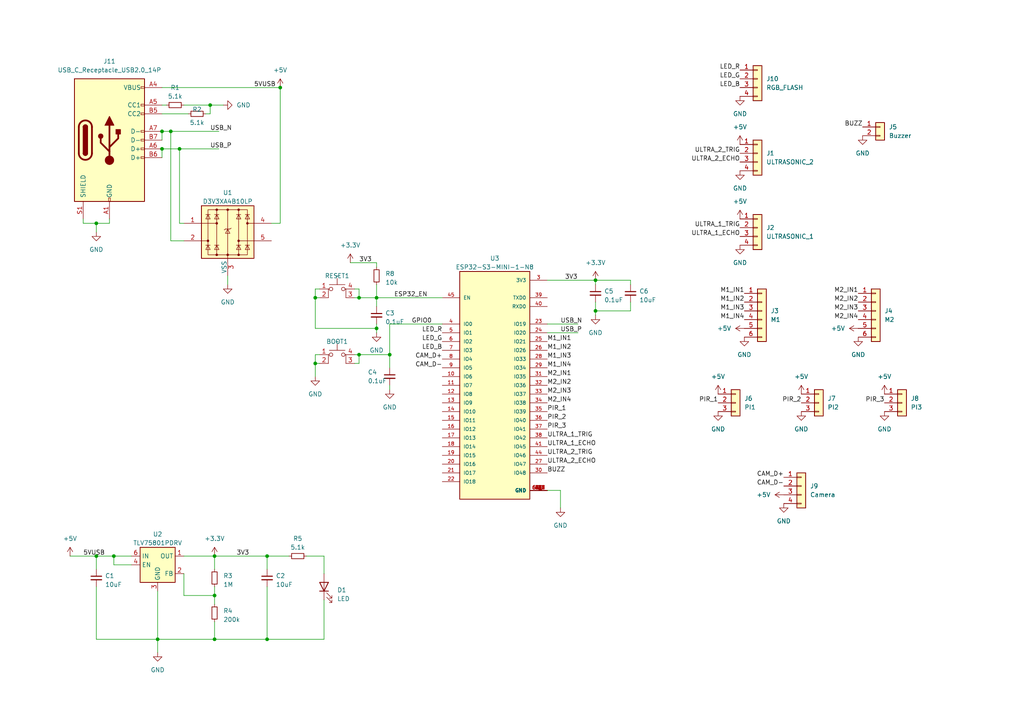
<source format=kicad_sch>
(kicad_sch (version 20230121) (generator eeschema)
  (paper "A4")
  (lib_symbols
    (symbol "Connector:USB_C_Receptacle_USB2.0_14P" (pin_names (offset 1.016))
      (property "Reference" "J" (at 0 22.225 0))
      (property "Value" "USB_C_Receptacle_USB2.0_14P" (at 0 19.685 0))
      (symbol "USB_C_Receptacle_USB2.0_14P_0_0"
        (rectangle (start -0.254 -17.78) (end 0.254 -16.764))
        (rectangle (start 10.16 -4.826) (end 9.144 -5.334))
        (rectangle (start 10.16 -2.286) (end 9.144 -2.794))
        (rectangle (start 10.16 0.254) (end 9.144 -0.254))
        (rectangle (start 10.16 2.794) (end 9.144 2.286))
        (rectangle (start 10.16 7.874) (end 9.144 7.366))
        (rectangle (start 10.16 10.414) (end 9.144 9.906))
        (rectangle (start 10.16 15.494) (end 9.144 14.986))
      )
      (symbol "USB_C_Receptacle_USB2.0_14P_0_1"
        (rectangle (start -10.16 17.78) (end 10.16 -17.78) (stroke (width 0.254)) (fill (type background)))
        (arc (start -8.89 -3.81) (mid -6.985 -5.7067) (end -5.08 -3.81) (stroke (width 0.508)))
        (arc (start -7.62 -3.81) (mid -6.985 -4.4423) (end -6.35 -3.81) (stroke (width 0.254)))
        (arc (start -7.62 -3.81) (mid -6.985 -4.4423) (end -6.35 -3.81) (stroke (width 0.254)) (fill (type outline)))
        (rectangle (start -7.62 -3.81) (end -6.35 3.81) (stroke (width 0.254)) (fill (type outline)))
        (arc (start -6.35 3.81) (mid -6.985 4.4423) (end -7.62 3.81) (stroke (width 0.254)))
        (arc (start -6.35 3.81) (mid -6.985 4.4423) (end -7.62 3.81) (stroke (width 0.254)) (fill (type outline)))
        (arc (start -5.08 3.81) (mid -6.985 5.7067) (end -8.89 3.81) (stroke (width 0.508)))
        (circle (center -2.54 1.143) (radius 0.635) (stroke (width 0.254)) (fill (type outline)))
        (circle (center 0 -5.842) (radius 1.27) (fill (type outline)))
        (polyline (pts (xy -8.89 -3.81) (xy -8.89 3.81)) (stroke (width 0.508)))
        (polyline (pts (xy -5.08 3.81) (xy -5.08 -3.81)) (stroke (width 0.508)))
        (polyline (pts (xy 0 -5.842) (xy 0 4.318)) (stroke (width 0.508)))
        (polyline (pts (xy 0 -3.302) (xy -2.54 -0.762) (xy -2.54 0.508)) (stroke (width 0.508)))
        (polyline (pts (xy 0 -2.032) (xy 2.54 0.508) (xy 2.54 1.778)) (stroke (width 0.508)))
        (polyline (pts (xy -1.27 4.318) (xy 0 6.858) (xy 1.27 4.318) (xy -1.27 4.318)) (stroke (width 0.254)) (fill (type outline)))
        (rectangle (start 1.905 1.778) (end 3.175 3.048) (stroke (width 0.254)) (fill (type outline)))
      )
      (symbol "USB_C_Receptacle_USB2.0_14P_1_1"
        (pin passive line (at 0 -22.86 90) (length 5.08) (name "GND") (number "A1"))
        (pin passive line (at 0 -22.86 90) (length 5.08) hide (name "GND") (number "A12"))
        (pin passive line (at 15.24 15.24 180) (length 5.08) (name "VBUS") (number "A4"))
        (pin bidirectional line (at 15.24 10.16 180) (length 5.08) (name "CC1") (number "A5"))
        (pin bidirectional line (at 15.24 -2.54 180) (length 5.08) (name "D+") (number "A6"))
        (pin bidirectional line (at 15.24 2.54 180) (length 5.08) (name "D-") (number "A7"))
        (pin passive line (at 15.24 15.24 180) (length 5.08) hide (name "VBUS") (number "A9"))
        (pin passive line (at 0 -22.86 90) (length 5.08) hide (name "GND") (number "B1"))
        (pin passive line (at 0 -22.86 90) (length 5.08) hide (name "GND") (number "B12"))
        (pin passive line (at 15.24 15.24 180) (length 5.08) hide (name "VBUS") (number "B4"))
        (pin bidirectional line (at 15.24 7.62 180) (length 5.08) (name "CC2") (number "B5"))
        (pin bidirectional line (at 15.24 -5.08 180) (length 5.08) (name "D+") (number "B6"))
        (pin bidirectional line (at 15.24 0 180) (length 5.08) (name "D-") (number "B7"))
        (pin passive line (at 15.24 15.24 180) (length 5.08) hide (name "VBUS") (number "B9"))
        (pin passive line (at -7.62 -22.86 90) (length 5.08) (name "SHIELD") (number "S1"))
      )
    )
    (symbol "Connector_Generic:Conn_01x02" (pin_names (offset 1.016) hide)
      (property "Reference" "J" (at 0 2.54 0))
      (property "Value" "Conn_01x02" (at 0 -5.08 0))
      (symbol "Conn_01x02_1_1"
        (rectangle (start -1.27 -2.413) (end 0 -2.667) (stroke (width 0.1524)))
        (rectangle (start -1.27 0.127) (end 0 -0.127) (stroke (width 0.1524)))
        (rectangle (start -1.27 1.27) (end 1.27 -3.81) (stroke (width 0.254)) (fill (type background)))
        (pin passive line (at -5.08 0 0) (length 3.81) (name "Pin_1") (number "1"))
        (pin passive line (at -5.08 -2.54 0) (length 3.81) (name "Pin_2") (number "2"))
      )
    )
    (symbol "Connector_Generic:Conn_01x03" (pin_names (offset 1.016) hide)
      (property "Reference" "J" (at 0 5.08 0))
      (property "Value" "Conn_01x03" (at 0 -5.08 0))
      (symbol "Conn_01x03_1_1"
        (rectangle (start -1.27 -2.413) (end 0 -2.667) (stroke (width 0.1524)))
        (rectangle (start -1.27 0.127) (end 0 -0.127) (stroke (width 0.1524)))
        (rectangle (start -1.27 2.667) (end 0 2.413) (stroke (width 0.1524)))
        (rectangle (start -1.27 3.81) (end 1.27 -3.81) (stroke (width 0.254)) (fill (type background)))
        (pin passive line (at -5.08 2.54 0) (length 3.81) (name "Pin_1") (number "1"))
        (pin passive line (at -5.08 0 0) (length 3.81) (name "Pin_2") (number "2"))
        (pin passive line (at -5.08 -2.54 0) (length 3.81) (name "Pin_3") (number "3"))
      )
    )
    (symbol "Connector_Generic:Conn_01x04" (pin_names (offset 1.016) hide)
      (property "Reference" "J" (at 0 5.08 0))
      (property "Value" "Conn_01x04" (at 0 -7.62 0))
      (symbol "Conn_01x04_1_1"
        (rectangle (start -1.27 -4.953) (end 0 -5.207) (stroke (width 0.1524)))
        (rectangle (start -1.27 -2.413) (end 0 -2.667) (stroke (width 0.1524)))
        (rectangle (start -1.27 0.127) (end 0 -0.127) (stroke (width 0.1524)))
        (rectangle (start -1.27 2.667) (end 0 2.413) (stroke (width 0.1524)))
        (rectangle (start -1.27 3.81) (end 1.27 -6.35) (stroke (width 0.254)) (fill (type background)))
        (pin passive line (at -5.08 2.54 0) (length 3.81) (name "Pin_1") (number "1"))
        (pin passive line (at -5.08 0 0) (length 3.81) (name "Pin_2") (number "2"))
        (pin passive line (at -5.08 -2.54 0) (length 3.81) (name "Pin_3") (number "3"))
        (pin passive line (at -5.08 -5.08 0) (length 3.81) (name "Pin_4") (number "4"))
      )
    )
    (symbol "Connector_Generic:Conn_01x06" (pin_names (offset 1.016) hide)
      (property "Reference" "J" (at 0 7.62 0))
      (property "Value" "Conn_01x06" (at 0 -10.16 0))
      (symbol "Conn_01x06_1_1"
        (rectangle (start -1.27 -7.493) (end 0 -7.747) (stroke (width 0.1524)))
        (rectangle (start -1.27 -4.953) (end 0 -5.207) (stroke (width 0.1524)))
        (rectangle (start -1.27 -2.413) (end 0 -2.667) (stroke (width 0.1524)))
        (rectangle (start -1.27 0.127) (end 0 -0.127) (stroke (width 0.1524)))
        (rectangle (start -1.27 2.667) (end 0 2.413) (stroke (width 0.1524)))
        (rectangle (start -1.27 5.207) (end 0 4.953) (stroke (width 0.1524)))
        (rectangle (start -1.27 6.35) (end 1.27 -8.89) (stroke (width 0.254)) (fill (type background)))
        (pin passive line (at -5.08 5.08 0) (length 3.81) (name "Pin_1") (number "1"))
        (pin passive line (at -5.08 2.54 0) (length 3.81) (name "Pin_2") (number "2"))
        (pin passive line (at -5.08 0 0) (length 3.81) (name "Pin_3") (number "3"))
        (pin passive line (at -5.08 -2.54 0) (length 3.81) (name "Pin_4") (number "4"))
        (pin passive line (at -5.08 -5.08 0) (length 3.81) (name "Pin_5") (number "5"))
        (pin passive line (at -5.08 -7.62 0) (length 3.81) (name "Pin_6") (number "6"))
      )
    )
    (symbol "Device:C_Small" (pin_numbers hide) (pin_names (offset 0.254) hide)
      (property "Reference" "C" (at 0.254 1.778 0))
      (property "Value" "C_Small" (at 0.254 -2.032 0))
      (symbol "C_Small_0_1"
        (polyline (pts (xy -1.524 -0.508) (xy 1.524 -0.508)) (stroke (width 0.3302)))
        (polyline (pts (xy -1.524 0.508) (xy 1.524 0.508)) (stroke (width 0.3048)))
      )
      (symbol "C_Small_1_1"
        (pin passive line (at 0 2.54 270) (length 2.032) (name "~") (number "1"))
        (pin passive line (at 0 -2.54 90) (length 2.032) (name "~") (number "2"))
      )
    )
    (symbol "Device:LED" (pin_numbers hide) (pin_names (offset 1.016) hide)
      (property "Reference" "D" (at 0 2.54 0))
      (property "Value" "LED" (at 0 -2.54 0))
      (symbol "LED_0_1"
        (polyline (pts (xy -1.27 -1.27) (xy -1.27 1.27)) (stroke (width 0.254)))
        (polyline (pts (xy -1.27 0) (xy 1.27 0)))
        (polyline (pts (xy 1.27 -1.27) (xy 1.27 1.27) (xy -1.27 0) (xy 1.27 -1.27)) (stroke (width 0.254)))
        (polyline (pts (xy -3.048 -0.762) (xy -4.572 -2.286) (xy -3.81 -2.286) (xy -4.572 -2.286) (xy -4.572 -1.524)))
        (polyline (pts (xy -1.778 -0.762) (xy -3.302 -2.286) (xy -2.54 -2.286) (xy -3.302 -2.286) (xy -3.302 -1.524)))
      )
      (symbol "LED_1_1"
        (pin passive line (at -3.81 0 0) (length 2.54) (name "K") (number "1"))
        (pin passive line (at 3.81 0 180) (length 2.54) (name "A") (number "2"))
      )
    )
    (symbol "Device:R_Small" (pin_numbers hide) (pin_names (offset 0.254) hide)
      (property "Reference" "R" (at 0.762 0.508 0))
      (property "Value" "R_Small" (at 0.762 -1.016 0))
      (symbol "R_Small_0_1"
        (rectangle (start -0.762 1.778) (end 0.762 -1.778) (stroke (width 0.2032)))
      )
      (symbol "R_Small_1_1"
        (pin passive line (at 0 2.54 270) (length 0.762) (name "~") (number "1"))
        (pin passive line (at 0 -2.54 90) (length 0.762) (name "~") (number "2"))
      )
    )
    (symbol "ESP32-S3-MINI-1-N8:ESP32-S3-MINI-1-N8" (pin_names (offset 1.016))
      (property "Reference" "U" (at -10.16 34.29 0))
      (property "Value" "ESP32-S3-MINI-1-N8" (at -10.16 -35.56 0))
      (symbol "ESP32-S3-MINI-1-N8_0_0"
        (rectangle (start -10.16 -33.02) (end 10.16 33.02) (stroke (width 0.254)) (fill (type background)))
        (pin power_in line (at 15.24 -30.48 180) (length 5.08) (name "GND") (number "1"))
        (pin bidirectional line (at -15.24 2.54 0) (length 5.08) (name "IO6") (number "10"))
        (pin bidirectional line (at -15.24 0 0) (length 5.08) (name "IO7") (number "11"))
        (pin bidirectional line (at -15.24 -2.54 0) (length 5.08) (name "IO8") (number "12"))
        (pin bidirectional line (at -15.24 -5.08 0) (length 5.08) (name "IO9") (number "13"))
        (pin bidirectional line (at -15.24 -7.62 0) (length 5.08) (name "IO10") (number "14"))
        (pin bidirectional line (at -15.24 -10.16 0) (length 5.08) (name "IO11") (number "15"))
        (pin bidirectional line (at -15.24 -12.7 0) (length 5.08) (name "IO12") (number "16"))
        (pin bidirectional line (at -15.24 -15.24 0) (length 5.08) (name "IO13") (number "17"))
        (pin bidirectional line (at -15.24 -17.78 0) (length 5.08) (name "IO14") (number "18"))
        (pin bidirectional line (at -15.24 -20.32 0) (length 5.08) (name "IO15") (number "19"))
        (pin power_in line (at 15.24 -30.48 180) (length 5.08) (name "GND") (number "2"))
        (pin bidirectional line (at -15.24 -22.86 0) (length 5.08) (name "IO16") (number "20"))
        (pin bidirectional line (at -15.24 -25.4 0) (length 5.08) (name "IO17") (number "21"))
        (pin bidirectional line (at -15.24 -27.94 0) (length 5.08) (name "IO18") (number "22"))
        (pin bidirectional line (at 15.24 17.78 180) (length 5.08) (name "IO19") (number "23"))
        (pin bidirectional line (at 15.24 15.24 180) (length 5.08) (name "IO20") (number "24"))
        (pin bidirectional line (at 15.24 12.7 180) (length 5.08) (name "IO21") (number "25"))
        (pin bidirectional line (at 15.24 10.16 180) (length 5.08) (name "IO26") (number "26"))
        (pin bidirectional line (at 15.24 -22.86 180) (length 5.08) (name "IO47") (number "27"))
        (pin bidirectional line (at 15.24 7.62 180) (length 5.08) (name "IO33") (number "28"))
        (pin bidirectional line (at 15.24 5.08 180) (length 5.08) (name "IO34") (number "29"))
        (pin power_in line (at 15.24 30.48 180) (length 5.08) (name "3V3") (number "3"))
        (pin bidirectional line (at 15.24 -25.4 180) (length 5.08) (name "IO48") (number "30"))
        (pin bidirectional line (at 15.24 2.54 180) (length 5.08) (name "IO35") (number "31"))
        (pin bidirectional line (at 15.24 0 180) (length 5.08) (name "IO36") (number "32"))
        (pin bidirectional line (at 15.24 -2.54 180) (length 5.08) (name "IO37") (number "33"))
        (pin bidirectional line (at 15.24 -5.08 180) (length 5.08) (name "IO38") (number "34"))
        (pin bidirectional line (at 15.24 -7.62 180) (length 5.08) (name "IO39") (number "35"))
        (pin bidirectional line (at 15.24 -10.16 180) (length 5.08) (name "IO40") (number "36"))
        (pin bidirectional line (at 15.24 -12.7 180) (length 5.08) (name "IO41") (number "37"))
        (pin bidirectional line (at 15.24 -15.24 180) (length 5.08) (name "IO42") (number "38"))
        (pin bidirectional line (at 15.24 25.4 180) (length 5.08) (name "TXD0") (number "39"))
        (pin bidirectional line (at -15.24 17.78 0) (length 5.08) (name "IO0") (number "4"))
        (pin bidirectional line (at 15.24 22.86 180) (length 5.08) (name "RXD0") (number "40"))
        (pin bidirectional line (at 15.24 -17.78 180) (length 5.08) (name "IO45") (number "41"))
        (pin power_in line (at 15.24 -30.48 180) (length 5.08) (name "GND") (number "42"))
        (pin power_in line (at 15.24 -30.48 180) (length 5.08) (name "GND") (number "43"))
        (pin bidirectional line (at 15.24 -20.32 180) (length 5.08) (name "IO46") (number "44"))
        (pin input line (at -15.24 25.4 0) (length 5.08) (name "EN") (number "45"))
        (pin power_in line (at 15.24 -30.48 180) (length 5.08) (name "GND") (number "46"))
        (pin power_in line (at 15.24 -30.48 180) (length 5.08) (name "GND") (number "47"))
        (pin power_in line (at 15.24 -30.48 180) (length 5.08) (name "GND") (number "48"))
        (pin power_in line (at 15.24 -30.48 180) (length 5.08) (name "GND") (number "49"))
        (pin bidirectional line (at -15.24 15.24 0) (length 5.08) (name "IO1") (number "5"))
        (pin power_in line (at 15.24 -30.48 180) (length 5.08) (name "GND") (number "50"))
        (pin power_in line (at 15.24 -30.48 180) (length 5.08) (name "GND") (number "51"))
        (pin power_in line (at 15.24 -30.48 180) (length 5.08) (name "GND") (number "52"))
        (pin power_in line (at 15.24 -30.48 180) (length 5.08) (name "GND") (number "53"))
        (pin power_in line (at 15.24 -30.48 180) (length 5.08) (name "GND") (number "54"))
        (pin power_in line (at 15.24 -30.48 180) (length 5.08) (name "GND") (number "55"))
        (pin power_in line (at 15.24 -30.48 180) (length 5.08) (name "GND") (number "56"))
        (pin power_in line (at 15.24 -30.48 180) (length 5.08) (name "GND") (number "57"))
        (pin power_in line (at 15.24 -30.48 180) (length 5.08) (name "GND") (number "58"))
        (pin power_in line (at 15.24 -30.48 180) (length 5.08) (name "GND") (number "59"))
        (pin bidirectional line (at -15.24 12.7 0) (length 5.08) (name "IO2") (number "6"))
        (pin power_in line (at 15.24 -30.48 180) (length 5.08) (name "GND") (number "60"))
        (pin power_in line (at 15.24 -30.48 180) (length 5.08) (name "GND") (number "61"))
        (pin power_in line (at 15.24 -30.48 180) (length 5.08) (name "GND") (number "61_1"))
        (pin power_in line (at 15.24 -30.48 180) (length 5.08) (name "GND") (number "61_2"))
        (pin power_in line (at 15.24 -30.48 180) (length 5.08) (name "GND") (number "61_3"))
        (pin power_in line (at 15.24 -30.48 180) (length 5.08) (name "GND") (number "61_4"))
        (pin power_in line (at 15.24 -30.48 180) (length 5.08) (name "GND") (number "61_5"))
        (pin power_in line (at 15.24 -30.48 180) (length 5.08) (name "GND") (number "61_6"))
        (pin power_in line (at 15.24 -30.48 180) (length 5.08) (name "GND") (number "61_7"))
        (pin power_in line (at 15.24 -30.48 180) (length 5.08) (name "GND") (number "61_8"))
        (pin power_in line (at 15.24 -30.48 180) (length 5.08) (name "GND") (number "62"))
        (pin power_in line (at 15.24 -30.48 180) (length 5.08) (name "GND") (number "63"))
        (pin power_in line (at 15.24 -30.48 180) (length 5.08) (name "GND") (number "64"))
        (pin power_in line (at 15.24 -30.48 180) (length 5.08) (name "GND") (number "65"))
        (pin bidirectional line (at -15.24 10.16 0) (length 5.08) (name "IO3") (number "7"))
        (pin bidirectional line (at -15.24 7.62 0) (length 5.08) (name "IO4") (number "8"))
        (pin bidirectional line (at -15.24 5.08 0) (length 5.08) (name "IO5") (number "9"))
      )
    )
    (symbol "GND_1" (power) (pin_names (offset 0))
      (property "Value" "GND_1" (at 0 -3.81 0))
      (symbol "GND_1_0_1"
        (polyline (pts (xy 0 0) (xy 0 -1.27) (xy 1.27 -1.27) (xy 0 -2.54) (xy -1.27 -1.27) (xy 0 -1.27)))
      )
      (symbol "GND_1_1_1"
        (pin power_in line (at 0 0 270) (length 0) hide (name "GND") (number "1"))
      )
    )
    (symbol "GND_2" (power) (pin_names (offset 0))
      (property "Value" "GND_2" (at 0 -3.81 0))
      (symbol "GND_2_0_1"
        (polyline (pts (xy 0 0) (xy 0 -1.27) (xy 1.27 -1.27) (xy 0 -2.54) (xy -1.27 -1.27) (xy 0 -1.27)))
      )
      (symbol "GND_2_1_1"
        (pin power_in line (at 0 0 270) (length 0) hide (name "GND") (number "1"))
      )
    )
    (symbol "GND_3" (power) (pin_names (offset 0))
      (property "Value" "GND_3" (at 0 -3.81 0))
      (symbol "GND_3_0_1"
        (polyline (pts (xy 0 0) (xy 0 -1.27) (xy 1.27 -1.27) (xy 0 -2.54) (xy -1.27 -1.27) (xy 0 -1.27)))
      )
      (symbol "GND_3_1_1"
        (pin power_in line (at 0 0 270) (length 0) hide (name "GND") (number "1"))
      )
    )
    (symbol "GND_4" (power) (pin_names (offset 0))
      (property "Value" "GND_4" (at 0 -3.81 0))
      (symbol "GND_4_0_1"
        (polyline (pts (xy 0 0) (xy 0 -1.27) (xy 1.27 -1.27) (xy 0 -2.54) (xy -1.27 -1.27) (xy 0 -1.27)))
      )
      (symbol "GND_4_1_1"
        (pin power_in line (at 0 0 270) (length 0) hide (name "GND") (number "1"))
      )
    )
    (symbol "Power_Protection:D3V3XA4B10LP" (pin_names (offset 0))
      (property "Reference" "U" (at -0.635 8.89 0))
      (property "Value" "D3V3XA4B10LP" (at 8.89 -10.16 0))
      (symbol "D3V3XA4B10LP_0_0"
        (rectangle (start -5.715 6.477) (end 5.715 -6.604))
        (polyline (pts (xy -3.175 -6.604) (xy -3.175 6.477)))
        (polyline (pts (xy 0 6.477) (xy 0 -6.604)))
        (polyline (pts (xy 3.175 6.477) (xy 3.175 -6.604)))
      )
      (symbol "D3V3XA4B10LP_0_1"
        (rectangle (start -7.62 7.62) (end 7.62 -7.62) (stroke (width 0.254)) (fill (type background)))
        (circle (center -5.715 -2.54) (radius 0.2794) (fill (type outline)))
        (circle (center -3.175 -6.604) (radius 0.2794) (fill (type outline)))
        (circle (center -3.175 2.54) (radius 0.2794) (fill (type outline)))
        (circle (center -3.175 6.477) (radius 0.2794) (fill (type outline)))
        (circle (center 0 -6.604) (radius 0.2794) (fill (type outline)))
        (polyline (pts (xy -7.747 2.54) (xy -3.175 2.54)))
        (polyline (pts (xy -7.62 -2.54) (xy -5.715 -2.54)))
        (polyline (pts (xy -5.08 -3.81) (xy -6.35 -3.81)))
        (polyline (pts (xy -5.08 5.08) (xy -6.35 5.08)))
        (polyline (pts (xy -2.54 -3.81) (xy -3.81 -3.81)))
        (polyline (pts (xy -2.54 5.08) (xy -3.81 5.08)))
        (polyline (pts (xy -0.635 0.889) (xy -1.016 0.635)))
        (polyline (pts (xy 0 -6.604) (xy 0 -7.62)))
        (polyline (pts (xy 0.635 0.889) (xy -0.635 0.889)))
        (polyline (pts (xy 0.635 0.889) (xy 1.016 1.143)))
        (polyline (pts (xy 3.81 -3.81) (xy 2.54 -3.81)))
        (polyline (pts (xy 3.81 5.08) (xy 2.54 5.08)))
        (polyline (pts (xy 6.35 -3.81) (xy 5.08 -3.81)))
        (polyline (pts (xy 6.35 5.08) (xy 5.08 5.08)))
        (polyline (pts (xy 7.62 -2.54) (xy 3.175 -2.54)))
        (polyline (pts (xy 7.62 2.54) (xy 5.715 2.54)))
        (polyline (pts (xy -5.08 -5.08) (xy -6.35 -5.08) (xy -5.715 -3.81) (xy -5.08 -5.08)))
        (polyline (pts (xy -5.08 3.81) (xy -6.35 3.81) (xy -5.715 5.08) (xy -5.08 3.81)))
        (polyline (pts (xy -2.54 -5.08) (xy -3.81 -5.08) (xy -3.175 -3.81) (xy -2.54 -5.08)))
        (polyline (pts (xy -2.54 3.81) (xy -3.81 3.81) (xy -3.175 5.08) (xy -2.54 3.81)))
        (polyline (pts (xy 0.635 -0.381) (xy -0.635 -0.381) (xy 0 0.889) (xy 0.635 -0.381)))
        (polyline (pts (xy 3.81 -5.08) (xy 2.54 -5.08) (xy 3.175 -3.81) (xy 3.81 -5.08)))
        (polyline (pts (xy 3.81 3.81) (xy 2.54 3.81) (xy 3.175 5.08) (xy 3.81 3.81)))
        (polyline (pts (xy 6.35 -5.08) (xy 5.08 -5.08) (xy 5.715 -3.81) (xy 6.35 -5.08)))
        (polyline (pts (xy 6.35 3.81) (xy 5.08 3.81) (xy 5.715 5.08) (xy 6.35 3.81)))
        (circle (center 0 6.477) (radius 0.2794) (fill (type outline)))
        (circle (center 3.175 -6.604) (radius 0.2794) (fill (type outline)))
        (circle (center 3.175 -2.54) (radius 0.2794) (fill (type outline)))
        (circle (center 3.175 6.477) (radius 0.2794) (fill (type outline)))
        (circle (center 5.715 2.54) (radius 0.2794) (fill (type outline)))
      )
      (symbol "D3V3XA4B10LP_1_1"
        (pin passive line (at -12.7 2.54 0) (length 5.08) (name "~") (number "1"))
        (pin no_connect line (at -5.08 7.62 0) (length 5.08) hide (name "NC") (number "10"))
        (pin passive line (at -12.7 -2.54 0) (length 5.08) (name "~") (number "2"))
        (pin power_in line (at 0 -12.7 90) (length 5.08) (name "VSS") (number "3"))
        (pin passive line (at 12.7 2.54 180) (length 5.08) (name "~") (number "4"))
        (pin passive line (at 12.7 -2.54 180) (length 5.08) (name "~") (number "5"))
        (pin no_connect line (at 5.08 -7.62 180) (length 5.08) hide (name "NC") (number "6"))
        (pin no_connect line (at 5.08 7.62 180) (length 5.08) hide (name "NC") (number "7"))
        (pin passive line (at 0 -12.7 90) (length 5.08) hide (name "VSS") (number "8"))
        (pin no_connect line (at -5.08 -7.62 0) (length 5.08) hide (name "NC") (number "9"))
      )
    )
    (symbol "Regulator_Linear:TLV75801PDRV"
      (property "Reference" "U" (at -3.81 6.35 0))
      (property "Value" "TLV75801PDRV" (at 0 6.35 0))
      (symbol "TLV75801PDRV_0_1"
        (rectangle (start 5.08 -5.08) (end -5.08 5.08) (stroke (width 0.254)) (fill (type background)))
      )
      (symbol "TLV75801PDRV_1_1"
        (pin power_out line (at 7.62 2.54 180) (length 2.54) (name "OUT") (number "1"))
        (pin input line (at 7.62 -2.54 180) (length 2.54) (name "FB") (number "2"))
        (pin power_in line (at 0 -7.62 90) (length 2.54) (name "GND") (number "3"))
        (pin input line (at -7.62 0 0) (length 2.54) (name "EN") (number "4"))
        (pin no_connect line (at 5.08 0 180) (length 2.54) hide (name "DNC") (number "5"))
        (pin power_in line (at -7.62 2.54 0) (length 2.54) (name "IN") (number "6"))
        (pin passive line (at 0 -7.62 90) (length 2.54) hide (name "GND") (number "7"))
      )
    )
    (symbol "Switch:SW_MEC_5E" (pin_names (offset 1.016) hide)
      (property "Reference" "SW" (at 0.635 5.715 0))
      (property "Value" "SW_MEC_5E" (at 0 -3.175 0))
      (symbol "SW_MEC_5E_0_1"
        (circle (center -1.778 2.54) (radius 0.508))
        (polyline (pts (xy -2.286 3.81) (xy 2.286 3.81)))
        (polyline (pts (xy 0 3.81) (xy 0 5.588)))
        (polyline (pts (xy -2.54 0) (xy -2.54 2.54) (xy -2.286 2.54)))
        (polyline (pts (xy 2.54 0) (xy 2.54 2.54) (xy 2.286 2.54)))
        (circle (center 1.778 2.54) (radius 0.508))
        (pin passive line (at -5.08 2.54 0) (length 2.54) (name "1") (number "1"))
        (pin passive line (at -5.08 0 0) (length 2.54) (name "2") (number "2"))
        (pin passive line (at 5.08 0 180) (length 2.54) (name "K") (number "3"))
        (pin passive line (at 5.08 2.54 180) (length 2.54) (name "A") (number "4"))
      )
    )
    (symbol "power:+3.3V" (power) (pin_names (offset 0))
      (property "Value" "+3.3V" (at 0 3.556 0))
      (symbol "+3.3V_0_1"
        (polyline (pts (xy -0.762 1.27) (xy 0 2.54)))
        (polyline (pts (xy 0 0) (xy 0 2.54)))
        (polyline (pts (xy 0 2.54) (xy 0.762 1.27)))
      )
      (symbol "+3.3V_1_1"
        (pin power_in line (at 0 0 90) (length 0) hide (name "+3.3V") (number "1"))
      )
    )
    (symbol "power:+5V" (power) (pin_names (offset 0))
      (property "Value" "+5V" (at 0 3.556 0))
      (symbol "+5V_0_1"
        (polyline (pts (xy -0.762 1.27) (xy 0 2.54)))
        (polyline (pts (xy 0 0) (xy 0 2.54)))
        (polyline (pts (xy 0 2.54) (xy 0.762 1.27)))
      )
      (symbol "+5V_1_1"
        (pin power_in line (at 0 0 90) (length 0) hide (name "+5V") (number "1"))
      )
    )
  )
  (junction (at 109.22 95.25))
  (junction (at 62.23 185.42))
  (junction (at 62.23 161.29))
  (junction (at 104.14 102.87))
  (junction (at 62.23 172.72))
  (junction (at 60.96 30.48))
  (junction (at 109.22 86.36))
  (junction (at 113.03 102.87))
  (junction (at 46.99 43.18))
  (junction (at 77.47 185.42))
  (junction (at 172.72 90.17))
  (junction (at 45.72 185.42))
  (junction (at 77.47 161.29))
  (junction (at 46.99 38.1))
  (junction (at 81.28 25.4))
  (junction (at 52.07 43.18))
  (junction (at 27.94 161.29))
  (junction (at 91.44 86.36))
  (junction (at 172.72 81.28))
  (junction (at 27.94 64.77))
  (junction (at 49.53 38.1))
  (junction (at 91.44 105.41))
  (junction (at 104.14 86.36))
  (junction (at 33.02 161.29))
  (wire (pts (xy 27.94 185.42) (xy 45.72 185.42)))
  (wire (pts (xy 158.75 81.28) (xy 172.72 81.28)))
  (wire (pts (xy 62.23 180.34) (xy 62.23 185.42)))
  (wire (pts (xy 53.34 64.77) (xy 52.07 64.77)))
  (wire (pts (xy 109.22 77.47) (xy 109.22 76.2)))
  (wire (pts (xy 46.99 30.48) (xy 48.26 30.48)))
  (wire (pts (xy 53.34 166.37) (xy 53.34 172.72)))
  (wire (pts (xy 109.22 82.55) (xy 109.22 86.36)))
  (wire (pts (xy 182.88 87.63) (xy 182.88 90.17)))
  (wire (pts (xy 53.34 69.85) (xy 49.53 69.85)))
  (wire (pts (xy 92.71 83.82) (xy 91.44 83.82)))
  (wire (pts (xy 91.44 83.82) (xy 91.44 86.36)))
  (wire (pts (xy 93.98 173.99) (xy 93.98 185.42)))
  (wire (pts (xy 91.44 86.36) (xy 92.71 86.36)))
  (wire (pts (xy 46.99 38.1) (xy 49.53 38.1)))
  (wire (pts (xy 24.13 63.5) (xy 24.13 64.77)))
  (wire (pts (xy 78.74 64.77) (xy 81.28 64.77)))
  (wire (pts (xy 62.23 185.42) (xy 77.47 185.42)))
  (wire (pts (xy 77.47 165.1) (xy 77.47 161.29)))
  (wire (pts (xy 62.23 161.29) (xy 53.34 161.29)))
  (wire (pts (xy 162.56 142.24) (xy 162.56 147.32)))
  (wire (pts (xy 46.99 33.02) (xy 54.61 33.02)))
  (wire (pts (xy 60.96 33.02) (xy 60.96 30.48)))
  (wire (pts (xy 77.47 161.29) (xy 62.23 161.29)))
  (wire (pts (xy 24.13 64.77) (xy 27.94 64.77)))
  (wire (pts (xy 77.47 161.29) (xy 83.82 161.29)))
  (wire (pts (xy 20.32 161.29) (xy 27.94 161.29)))
  (wire (pts (xy 113.03 93.98) (xy 113.03 102.87)))
  (wire (pts (xy 102.87 86.36) (xy 104.14 86.36)))
  (wire (pts (xy 59.69 33.02) (xy 60.96 33.02)))
  (wire (pts (xy 49.53 69.85) (xy 49.53 38.1)))
  (wire (pts (xy 27.94 170.18) (xy 27.94 185.42)))
  (wire (pts (xy 104.14 83.82) (xy 104.14 86.36)))
  (wire (pts (xy 92.71 102.87) (xy 91.44 102.87)))
  (wire (pts (xy 53.34 172.72) (xy 62.23 172.72)))
  (wire (pts (xy 91.44 102.87) (xy 91.44 105.41)))
  (wire (pts (xy 31.75 64.77) (xy 27.94 64.77)))
  (wire (pts (xy 46.99 25.4) (xy 81.28 25.4)))
  (wire (pts (xy 27.94 161.29) (xy 33.02 161.29)))
  (wire (pts (xy 46.99 43.18) (xy 52.07 43.18)))
  (wire (pts (xy 102.87 83.82) (xy 104.14 83.82)))
  (wire (pts (xy 92.71 105.41) (xy 91.44 105.41)))
  (wire (pts (xy 62.23 161.29) (xy 62.23 165.1)))
  (wire (pts (xy 45.72 171.45) (xy 45.72 185.42)))
  (wire (pts (xy 109.22 95.25) (xy 109.22 96.52)))
  (wire (pts (xy 109.22 93.98) (xy 109.22 95.25)))
  (wire (pts (xy 172.72 90.17) (xy 172.72 91.44)))
  (wire (pts (xy 113.03 111.76) (xy 113.03 113.03)))
  (wire (pts (xy 104.14 105.41) (xy 104.14 102.87)))
  (wire (pts (xy 113.03 106.68) (xy 113.03 102.87)))
  (wire (pts (xy 33.02 163.83) (xy 33.02 161.29)))
  (wire (pts (xy 66.04 80.01) (xy 66.04 82.55)))
  (wire (pts (xy 45.72 185.42) (xy 62.23 185.42)))
  (wire (pts (xy 158.75 142.24) (xy 162.56 142.24)))
  (wire (pts (xy 104.14 86.36) (xy 109.22 86.36)))
  (wire (pts (xy 158.75 96.52) (xy 167.64 96.52)))
  (wire (pts (xy 81.28 64.77) (xy 81.28 25.4)))
  (wire (pts (xy 182.88 90.17) (xy 172.72 90.17)))
  (wire (pts (xy 91.44 95.25) (xy 91.44 86.36)))
  (wire (pts (xy 113.03 102.87) (xy 104.14 102.87)))
  (wire (pts (xy 102.87 105.41) (xy 104.14 105.41)))
  (wire (pts (xy 88.9 161.29) (xy 93.98 161.29)))
  (wire (pts (xy 62.23 172.72) (xy 62.23 175.26)))
  (wire (pts (xy 60.96 30.48) (xy 64.77 30.48)))
  (wire (pts (xy 158.75 93.98) (xy 167.64 93.98)))
  (wire (pts (xy 172.72 87.63) (xy 172.72 90.17)))
  (wire (pts (xy 109.22 86.36) (xy 109.22 88.9)))
  (wire (pts (xy 102.87 102.87) (xy 104.14 102.87)))
  (wire (pts (xy 52.07 43.18) (xy 63.5 43.18)))
  (wire (pts (xy 77.47 170.18) (xy 77.47 185.42)))
  (wire (pts (xy 172.72 81.28) (xy 182.88 81.28)))
  (wire (pts (xy 46.99 43.18) (xy 46.99 45.72)))
  (wire (pts (xy 53.34 30.48) (xy 60.96 30.48)))
  (wire (pts (xy 101.6 76.2) (xy 109.22 76.2)))
  (wire (pts (xy 27.94 67.31) (xy 27.94 64.77)))
  (wire (pts (xy 45.72 185.42) (xy 45.72 189.23)))
  (wire (pts (xy 52.07 43.18) (xy 52.07 64.77)))
  (wire (pts (xy 38.1 163.83) (xy 33.02 163.83)))
  (wire (pts (xy 91.44 105.41) (xy 91.44 109.22)))
  (wire (pts (xy 182.88 82.55) (xy 182.88 81.28)))
  (wire (pts (xy 113.03 93.98) (xy 128.27 93.98)))
  (wire (pts (xy 109.22 86.36) (xy 128.27 86.36)))
  (wire (pts (xy 49.53 38.1) (xy 63.5 38.1)))
  (wire (pts (xy 62.23 170.18) (xy 62.23 172.72)))
  (wire (pts (xy 93.98 185.42) (xy 77.47 185.42)))
  (wire (pts (xy 27.94 161.29) (xy 27.94 165.1)))
  (wire (pts (xy 172.72 82.55) (xy 172.72 81.28)))
  (wire (pts (xy 46.99 38.1) (xy 46.99 40.64)))
  (wire (pts (xy 109.22 95.25) (xy 91.44 95.25)))
  (wire (pts (xy 93.98 161.29) (xy 93.98 166.37)))
  (wire (pts (xy 33.02 161.29) (xy 38.1 161.29)))
  (wire (pts (xy 31.75 63.5) (xy 31.75 64.77)))
  (label "PIR_1" (at 158.75 119.38 0))
  (label "M2_IN4" (at 158.75 116.84 0))
  (label "ESP32_EN" (at 114.3 86.36 0))
  (label "PIR_1" (at 208.28 116.84 180))
  (label "PIR_3" (at 158.75 124.46 0))
  (label "M1_IN3" (at 158.75 104.14 0))
  (label "ULTRA_2_TRIG" (at 158.75 132.08 0))
  (label "LED_G" (at 128.27 99.06 180))
  (label "USB_N" (at 60.96 38.1 0))
  (label "ULTRA_1_ECHO" (at 214.63 68.58 180))
  (label "5VUSB" (at 24.13 161.29 0))
  (label "M1_IN2" (at 158.75 101.6 0))
  (label "LED_G" (at 214.63 22.86 180))
  (label "M2_IN3" (at 248.92 90.17 180))
  (label "M1_IN1" (at 215.9 85.09 180))
  (label "M1_IN4" (at 158.75 106.68 0))
  (label "USB_N" (at 162.56 93.98 0))
  (label "M2_IN3" (at 158.75 114.3 0))
  (label "LED_R" (at 214.63 20.32 180))
  (label "M1_IN4" (at 215.9 92.71 180))
  (label "M2_IN4" (at 248.92 92.71 180))
  (label "BUZZ" (at 158.75 137.16 0))
  (label "LED_R" (at 128.27 96.52 180))
  (label "ULTRA_2_ECHO" (at 158.75 134.62 0))
  (label "ULTRA_2_ECHO" (at 214.63 46.99 180))
  (label "ULTRA_1_TRIG" (at 158.75 127 0))
  (label "LED_B" (at 214.63 25.4 180))
  (label "3V3" (at 68.58 161.29 0))
  (label "ULTRA_1_TRIG" (at 214.63 66.04 180))
  (label "3V3" (at 163.83 81.28 0))
  (label "CAM_D-" (at 227.33 140.97 180))
  (label "CAM_D+" (at 227.33 138.43 180))
  (label "CAM_D+" (at 128.27 104.14 180))
  (label "M2_IN1" (at 158.75 109.22 0))
  (label "PIR_2" (at 158.75 121.92 0))
  (label "M2_IN2" (at 248.92 87.63 180))
  (label "ULTRA_2_TRIG" (at 214.63 44.45 180))
  (label "M1_IN2" (at 215.9 87.63 180))
  (label "ULTRA_1_ECHO" (at 158.75 129.54 0))
  (label "USB_P" (at 60.96 43.18 0))
  (label "GPIO0" (at 119.38 93.98 0))
  (label "M2_IN2" (at 158.75 111.76 0))
  (label "5VUSB" (at 73.66 25.4 0))
  (label "CAM_D-" (at 128.27 106.68 180))
  (label "LED_B" (at 128.27 101.6 180))
  (label "PIR_3" (at 256.54 116.84 180))
  (label "PIR_2" (at 232.41 116.84 180))
  (label "M2_IN1" (at 248.92 85.09 180))
  (label "BUZZ" (at 250.19 36.83 180))
  (label "USB_P" (at 162.56 96.52 0))
  (label "3V3" (at 104.14 76.2 0))
  (label "M1_IN3" (at 215.9 90.17 180))
  (label "M1_IN1" (at 158.75 99.06 0))
  (symbol (lib_id "power:+5V") (at 214.63 41.91 0) (unit 1)
    (property "Reference" "#PWR018" (effects hide))
    (property "Value" "+5V" (at 214.63 36.83 0))
  )
  (symbol (lib_id "Connector_Generic:Conn_01x04") (at 232.41 140.97 0) (unit 1)
    (property "Reference" "J9" (at 234.95 140.97 0) (effects (justify left)))
    (property "Value" "Camera" (at 234.95 143.51 0) (effects (justify left)))
    (property "Footprint" "Connector_PinHeader_2.54mm:PinHeader_1x04_P2.54mm_Vertical" (effects hide))
  )
  (symbol (lib_name "GND_2") (lib_id "power:GND") (at 162.56 147.32 0) (unit 1)
    (property "Reference" "#PWR09" (effects hide))
    (property "Value" "GND" (at 162.56 152.4 0))
  )
  (symbol (lib_name "GND_2") (lib_id "power:GND") (at 109.22 96.52 0) (unit 1)
    (property "Reference" "#PWR07" (effects hide))
    (property "Value" "GND" (at 109.22 101.6 0))
  )
  (symbol (lib_id "Device:C_Small") (at 77.47 167.64 0) (unit 1)
    (property "Reference" "C2" (at 80.01 167.0113 0) (effects (justify left)))
    (property "Value" "10uF" (at 80.01 169.5513 0) (effects (justify left)))
    (property "Footprint" "Capacitor_SMD:C_0603_1608Metric" (effects hide))
  )
  (symbol (lib_id "Device:R_Small") (at 50.8 30.48 90) (unit 1)
    (property "Reference" "R1" (at 50.8 25.4 90))
    (property "Value" "5.1k" (at 50.8 27.94 90))
    (property "Footprint" "Resistor_SMD:R_0603_1608Metric" (effects hide))
  )
  (symbol (lib_id "power:+5V") (at 256.54 114.3 0) (unit 1)
    (property "Reference" "#PWR030" (effects hide))
    (property "Value" "+5V" (at 256.54 109.22 0))
  )
  (symbol (lib_id "Device:C_Small") (at 109.22 91.44 0) (unit 1)
    (property "Reference" "C3" (at 111.76 90.8113 0) (effects (justify left)))
    (property "Value" "0.1uF" (at 111.76 93.3513 0) (effects (justify left)))
    (property "Footprint" "Capacitor_SMD:C_0603_1608Metric" (effects hide))
  )
  (symbol (lib_name "GND_2") (lib_id "power:GND") (at 214.63 71.12 0) (unit 1)
    (property "Reference" "#PWR016" (effects hide))
    (property "Value" "GND" (at 214.63 76.2 0))
  )
  (symbol (lib_name "GND_2") (lib_id "power:GND") (at 91.44 109.22 0) (unit 1)
    (property "Reference" "#PWR02" (effects hide))
    (property "Value" "GND" (at 91.44 114.3 0))
  )
  (symbol (lib_id "Connector_Generic:Conn_01x04") (at 219.71 44.45 0) (unit 1)
    (property "Reference" "J1" (at 222.25 44.45 0) (effects (justify left)))
    (property "Value" "ULTRASONIC_2" (at 222.25 46.99 0) (effects (justify left)))
    (property "Footprint" "Connector_PinHeader_2.54mm:PinHeader_1x04_P2.54mm_Vertical" (effects hide))
  )
  (symbol (lib_id "power:+5V") (at 214.63 63.5 0) (unit 1)
    (property "Reference" "#PWR019" (effects hide))
    (property "Value" "+5V" (at 214.63 58.42 0))
  )
  (symbol (lib_id "Device:R_Small") (at 86.36 161.29 90) (unit 1)
    (property "Reference" "R5" (at 86.36 156.21 90))
    (property "Value" "5.1k" (at 86.36 158.75 90))
    (property "Footprint" "Resistor_SMD:R_0603_1608Metric" (effects hide))
  )
  (symbol (lib_id "Switch:SW_MEC_5E") (at 97.79 105.41 0) (unit 1)
    (property "Reference" "BOOT1" (at 97.79 99.06 0))
    (property "Value" "~" (at 97.79 99.06 0))
    (property "Footprint" "Button_Switch_SMD:SW_SPST_PTS810" (effects hide))
    (property "Datasheet" "http://www.apem.com/int/index.php?controller=attachment&id_attachment=1371" (effects hide))
  )
  (symbol (lib_name "GND_2") (lib_id "power:GND") (at 248.92 97.79 0) (unit 1)
    (property "Reference" "#PWR021" (effects hide))
    (property "Value" "GND" (at 248.92 102.87 0))
  )
  (symbol (lib_id "Connector:USB_C_Receptacle_USB2.0_14P") (at 31.75 40.64 0) (unit 1)
    (property "Reference" "J11" (at 31.75 17.78 0))
    (property "Value" "USB_C_Receptacle_USB2.0_14P" (at 31.75 20.32 0))
    (property "Footprint" "Connector_USB:USB_C_Receptacle_GCT_USB4105-xx-A_16P_TopMnt_Horizontal" (effects hide))
    (property "Datasheet" "https://www.usb.org/sites/default/files/documents/usb_type-c.zip" (effects hide))
  )
  (symbol (lib_id "Connector_Generic:Conn_01x06") (at 254 90.17 0) (unit 1)
    (property "Reference" "J4" (at 256.54 90.17 0) (effects (justify left)))
    (property "Value" "M2" (at 256.54 92.71 0) (effects (justify left)))
    (property "Footprint" "Connector_PinHeader_2.54mm:PinHeader_1x06_P2.54mm_Vertical" (effects hide))
  )
  (symbol (lib_name "GND_2") (lib_id "power:GND") (at 215.9 97.79 0) (unit 1)
    (property "Reference" "#PWR020" (effects hide))
    (property "Value" "GND" (at 215.9 102.87 0))
  )
  (symbol (lib_id "Connector_Generic:Conn_01x03") (at 261.62 116.84 0) (unit 1)
    (property "Reference" "J8" (at 264.16 115.57 0) (effects (justify left)))
    (property "Value" "PI3" (at 264.16 118.11 0) (effects (justify left)))
    (property "Footprint" "Connector_PinHeader_2.54mm:PinHeader_1x03_P2.54mm_Vertical" (effects hide))
  )
  (symbol (lib_id "Connector_Generic:Conn_01x04") (at 219.71 66.04 0) (unit 1)
    (property "Reference" "J2" (at 222.25 66.04 0) (effects (justify left)))
    (property "Value" "ULTRASONIC_1" (at 222.25 68.58 0) (effects (justify left)))
    (property "Footprint" "Connector_PinHeader_2.54mm:PinHeader_1x04_P2.54mm_Vertical" (effects hide))
  )
  (symbol (lib_id "Connector_Generic:Conn_01x02") (at 255.27 36.83 0) (unit 1)
    (property "Reference" "J5" (at 257.81 36.83 0) (effects (justify left)))
    (property "Value" "Buzzer" (at 257.81 39.37 0) (effects (justify left)))
    (property "Footprint" "Connector_PinHeader_2.54mm:PinHeader_1x02_P2.54mm_Vertical" (effects hide))
  )
  (symbol (lib_id "power:+3.3V") (at 172.72 81.28 0) (unit 1)
    (property "Reference" "#PWR012" (effects hide))
    (property "Value" "+3.3V" (at 172.72 76.2 0))
  )
  (symbol (lib_name "GND_2") (lib_id "power:GND") (at 45.72 189.23 0) (unit 1)
    (property "Reference" "#PWR08" (effects hide))
    (property "Value" "GND" (at 45.72 194.31 0))
  )
  (symbol (lib_id "Connector_Generic:Conn_01x03") (at 237.49 116.84 0) (unit 1)
    (property "Reference" "J7" (at 240.03 115.57 0) (effects (justify left)))
    (property "Value" "PI2" (at 240.03 118.11 0) (effects (justify left)))
    (property "Footprint" "Connector_PinHeader_2.54mm:PinHeader_1x03_P2.54mm_Vertical" (effects hide))
  )
  (symbol (lib_name "GND_2") (lib_id "power:GND") (at 27.94 67.31 0) (unit 1)
    (property "Reference" "#PWR033" (effects hide))
    (property "Value" "GND" (at 27.94 72.39 0))
  )
  (symbol (lib_id "Device:R_Small") (at 109.22 80.01 180) (unit 1)
    (property "Reference" "R8" (at 111.76 79.375 0) (effects (justify right)))
    (property "Value" "10k" (at 111.76 81.915 0) (effects (justify right)))
    (property "Footprint" "Resistor_SMD:R_0603_1608Metric" (effects hide))
  )
  (symbol (lib_name "GND_2") (lib_id "power:GND") (at 208.28 119.38 0) (unit 1)
    (property "Reference" "#PWR025" (effects hide))
    (property "Value" "GND" (at 208.28 124.46 0))
  )
  (symbol (lib_name "GND_3") (lib_id "power:GND") (at 214.63 49.53 0) (unit 1)
    (property "Reference" "#PWR017" (effects hide))
    (property "Value" "GND" (at 214.63 54.61 0))
  )
  (symbol (lib_id "power:+5V") (at 232.41 114.3 0) (unit 1)
    (property "Reference" "#PWR029" (effects hide))
    (property "Value" "+5V" (at 232.41 109.22 0))
  )
  (symbol (lib_name "GND_2") (lib_id "power:GND") (at 227.33 146.05 0) (unit 1)
    (property "Reference" "#PWR031" (effects hide))
    (property "Value" "GND" (at 227.33 151.13 0))
  )
  (symbol (lib_id "Power_Protection:D3V3XA4B10LP") (at 66.04 67.31 0) (unit 1)
    (property "Reference" "U1" (at 66.04 55.88 0))
    (property "Value" "D3V3XA4B10LP" (at 66.04 58.42 0))
    (property "Footprint" "Package_DFN_QFN:Diodes_UDFN-10_1.0x2.5mm_P0.5mm" (effects hide))
    (property "Datasheet" "https://www.diodes.com/assets/Datasheets/D3V3XA4B10LP.pdf" (effects hide))
  )
  (symbol (lib_id "power:+5V") (at 215.9 95.25 90) (unit 1)
    (property "Reference" "#PWR022" (effects hide))
    (property "Value" "+5V" (at 212.09 95.25 90) (effects (justify left)))
  )
  (symbol (lib_id "Device:LED") (at 93.98 170.18 90) (unit 1)
    (property "Reference" "D1" (at 97.79 171.1325 90) (effects (justify right)))
    (property "Value" "LED" (at 97.79 173.6725 90) (effects (justify right)))
    (property "Footprint" "LED_SMD:LED_0603_1608Metric" (effects hide))
  )
  (symbol (lib_id "Device:C_Small") (at 172.72 85.09 0) (unit 1)
    (property "Reference" "C5" (at 175.26 84.4613 0) (effects (justify left)))
    (property "Value" "0.1uF" (at 175.26 87.0013 0) (effects (justify left)))
    (property "Footprint" "Capacitor_SMD:C_0603_1608Metric" (effects hide))
  )
  (symbol (lib_name "GND_2") (lib_id "power:GND") (at 256.54 119.38 0) (unit 1)
    (property "Reference" "#PWR027" (effects hide))
    (property "Value" "GND" (at 256.54 124.46 0))
  )
  (symbol (lib_id "power:+5V") (at 81.28 25.4 0) (unit 1)
    (property "Reference" "#PWR010" (effects hide))
    (property "Value" "+5V" (at 81.28 20.32 0))
  )
  (symbol (lib_name "GND_2") (lib_id "power:GND") (at 64.77 30.48 90) (unit 1)
    (property "Reference" "#PWR03" (effects hide))
    (property "Value" "GND" (at 68.58 30.48 90) (effects (justify right)))
  )
  (symbol (lib_id "Device:R_Small") (at 57.15 33.02 90) (unit 1)
    (property "Reference" "R2" (at 57.15 31.75 90))
    (property "Value" "5.1k" (at 57.15 35.56 90))
    (property "Footprint" "Resistor_SMD:R_0603_1608Metric" (effects hide))
  )
  (symbol (lib_id "power:+3.3V") (at 101.6 76.2 0) (unit 1)
    (property "Reference" "#PWR013" (effects hide))
    (property "Value" "+3.3V" (at 101.6 71.12 0))
  )
  (symbol (lib_id "Device:C_Small") (at 113.03 109.22 0) (unit 1)
    (property "Reference" "C4" (at 106.68 107.95 0) (effects (justify left)))
    (property "Value" "0.1uF" (at 106.68 110.49 0) (effects (justify left)))
    (property "Footprint" "Capacitor_SMD:C_0603_1608Metric" (effects hide))
  )
  (symbol (lib_id "power:+3.3V") (at 62.23 161.29 0) (unit 1)
    (property "Reference" "#PWR014" (effects hide))
    (property "Value" "+3.3V" (at 62.23 156.21 0))
  )
  (symbol (lib_name "GND_2") (lib_id "power:GND") (at 232.41 119.38 0) (unit 1)
    (property "Reference" "#PWR026" (effects hide))
    (property "Value" "GND" (at 232.41 124.46 0))
  )
  (symbol (lib_id "power:+5V") (at 208.28 114.3 0) (unit 1)
    (property "Reference" "#PWR028" (effects hide))
    (property "Value" "+5V" (at 208.28 109.22 0))
  )
  (symbol (lib_id "Connector_Generic:Conn_01x04") (at 219.71 22.86 0) (unit 1)
    (property "Reference" "J10" (at 222.25 22.86 0) (effects (justify left)))
    (property "Value" "RGB_FLASH" (at 222.25 25.4 0) (effects (justify left)))
    (property "Footprint" "Connector_PinHeader_2.54mm:PinHeader_1x04_P2.54mm_Vertical" (effects hide))
  )
  (symbol (lib_id "Device:C_Small") (at 182.88 85.09 0) (unit 1)
    (property "Reference" "C6" (at 185.42 84.4613 0) (effects (justify left)))
    (property "Value" "10uF" (at 185.42 87.0013 0) (effects (justify left)))
    (property "Footprint" "Capacitor_SMD:C_0603_1608Metric" (effects hide))
  )
  (symbol (lib_id "Connector_Generic:Conn_01x06") (at 220.98 90.17 0) (unit 1)
    (property "Reference" "J3" (at 223.52 90.17 0) (effects (justify left)))
    (property "Value" "M1" (at 223.52 92.71 0) (effects (justify left)))
    (property "Footprint" "Connector_PinHeader_2.54mm:PinHeader_1x06_P2.54mm_Vertical" (effects hide))
  )
  (symbol (lib_id "power:+5V") (at 248.92 95.25 90) (unit 1)
    (property "Reference" "#PWR023" (effects hide))
    (property "Value" "+5V" (at 245.11 95.25 90) (effects (justify left)))
  )
  (symbol (lib_id "power:+5V") (at 227.33 143.51 90) (unit 1)
    (property "Reference" "#PWR032" (effects hide))
    (property "Value" "+5V" (at 223.52 143.51 90) (effects (justify left)))
  )
  (symbol (lib_id "Connector_Generic:Conn_01x03") (at 213.36 116.84 0) (unit 1)
    (property "Reference" "J6" (at 215.9 115.57 0) (effects (justify left)))
    (property "Value" "PI1" (at 215.9 118.11 0) (effects (justify left)))
    (property "Footprint" "Connector_PinHeader_2.54mm:PinHeader_1x03_P2.54mm_Vertical" (effects hide))
  )
  (symbol (lib_name "GND_2") (lib_id "power:GND") (at 66.04 82.55 0) (unit 1)
    (property "Reference" "#PWR01" (effects hide))
    (property "Value" "GND" (at 66.04 87.63 0))
  )
  (symbol (lib_id "Switch:SW_MEC_5E") (at 97.79 86.36 0) (unit 1)
    (property "Reference" "RESET1" (at 97.79 80.01 0))
    (property "Value" "~" (at 97.79 80.01 0))
    (property "Footprint" "Button_Switch_SMD:SW_SPST_PTS810" (effects hide))
    (property "Datasheet" "http://www.apem.com/int/index.php?controller=attachment&id_attachment=1371" (effects hide))
  )
  (symbol (lib_id "Device:C_Small") (at 27.94 167.64 0) (unit 1)
    (property "Reference" "C1" (at 30.48 167.0113 0) (effects (justify left)))
    (property "Value" "10uF" (at 30.48 169.5513 0) (effects (justify left)))
    (property "Footprint" "Capacitor_SMD:C_0603_1608Metric" (effects hide))
  )
  (symbol (lib_id "Device:R_Small") (at 62.23 167.64 180) (unit 1)
    (property "Reference" "R3" (at 64.77 167.005 0) (effects (justify right)))
    (property "Value" "1M" (at 64.77 169.545 0) (effects (justify right)))
    (property "Footprint" "Resistor_SMD:R_0603_1608Metric" (effects hide))
  )
  (symbol (lib_id "ESP32-S3-MINI-1-N8:ESP32-S3-MINI-1-N8") (at 143.51 111.76 0) (unit 1)
    (property "Reference" "U3" (at 143.51 74.93 0))
    (property "Value" "ESP32-S3-MINI-1-N8" (at 143.51 77.47 0))
    (property "Footprint" "ESP32-S3-MINI-1-N8:XCVR_ESP32-S3-MINI-1-N8" (effects hide))
    (property "MF" "Espressif Systems" (effects hide))
    (property "MAXIMUM_PACKAGE_HEIGHT" "2.55mm" (effects hide))
    (property "Package" "None" (effects hide))
    (property "Price" "None" (effects hide))
    (property "Check_prices" "https://www.snapeda.com/parts/ESP32-S3-MINI-1-N8/Espressif+Systems/view-part/?ref=eda" (effects hide))
    (property "STANDARD" "Manufacturer Recommendations" (effects hide))
    (property "PARTREV" "v0.6" (effects hide))
    (property "SnapEDA_Link" "https://www.snapeda.com/parts/ESP32-S3-MINI-1-N8/Espressif+Systems/view-part/?ref=snap" (effects hide))
    (property "MP" "ESP32-S3-MINI-1-N8" (effects hide))
    (property "Purchase-URL" "https://www.snapeda.com/api/url_track_click_mouser/?unipart_id=8941370&manufacturer=Espressif Systems&part_name=ESP32-S3-MINI-1-N8&search_term=None" (effects hide))
    (property "Description" "\nBluetooth, WiFi 802.11b/g/n, Bluetooth v5.0 Transceiver Module 2.4GHz PCB Trace Surface Mount\n" (effects hide))
    (property "Availability" "In Stock" (effects hide))
    (property "MANUFACTURER" "Espressif" (effects hide))
  )
  (symbol (lib_id "power:+5V") (at 20.32 161.29 0) (unit 1)
    (property "Reference" "#PWR011" (effects hide))
    (property "Value" "+5V" (at 20.32 156.21 0))
  )
  (symbol (lib_name "GND_1") (lib_id "power:GND") (at 214.63 27.94 0) (unit 1)
    (property "Reference" "#PWR015" (effects hide))
    (property "Value" "GND" (at 214.63 33.02 0))
  )
  (symbol (lib_name "GND_2") (lib_id "power:GND") (at 172.72 91.44 0) (unit 1)
    (property "Reference" "#PWR06" (effects hide))
    (property "Value" "GND" (at 172.72 96.52 0))
  )
  (symbol (lib_name "GND_2") (lib_id "power:GND") (at 113.03 113.03 0) (unit 1)
    (property "Reference" "#PWR05" (effects hide))
    (property "Value" "GND" (at 113.03 118.11 0))
  )
  (symbol (lib_id "Regulator_Linear:TLV75801PDRV") (at 45.72 163.83 0) (unit 1)
    (property "Reference" "U2" (at 45.72 154.94 0))
    (property "Value" "TLV75801PDRV" (at 45.72 157.48 0))
    (property "Footprint" "Package_SON:WSON-6-1EP_2x2mm_P0.65mm_EP1x1.6mm" (effects hide))
    (property "Datasheet" "https://www.ti.com/lit/ds/symlink/tlv758p.pdf" (effects hide))
  )
  (symbol (lib_name "GND_4") (lib_id "power:GND") (at 250.19 39.37 0) (unit 1)
    (property "Reference" "#PWR024" (effects hide))
    (property "Value" "GND" (at 250.19 44.45 0))
  )
  (symbol (lib_id "Device:R_Small") (at 62.23 177.8 180) (unit 1)
    (property "Reference" "R4" (at 64.77 177.165 0) (effects (justify right)))
    (property "Value" "200k" (at 64.77 179.705 0) (effects (justify right)))
    (property "Footprint" "Resistor_SMD:R_0603_1608Metric" (effects hide))
  )
)
</source>
